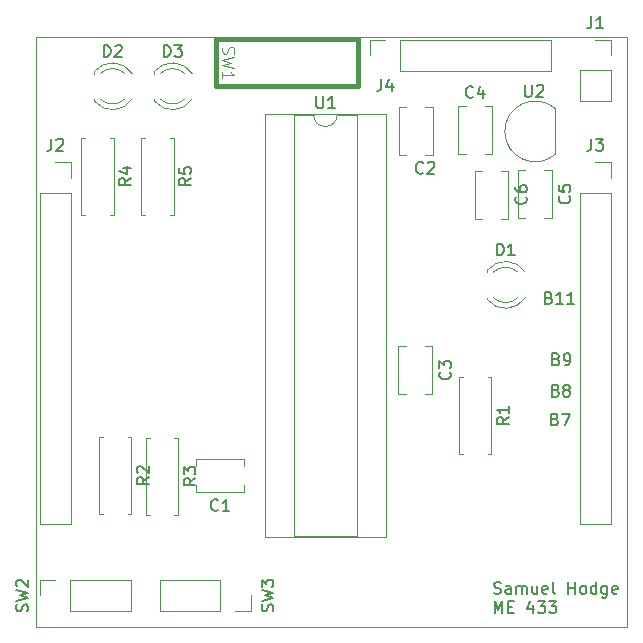
<source format=gbr>
%TF.GenerationSoftware,KiCad,Pcbnew,7.0.1-0*%
%TF.CreationDate,2023-04-19T13:51:38-05:00*%
%TF.ProjectId,ME 433 HW3,4d452034-3333-4204-9857-332e6b696361,rev?*%
%TF.SameCoordinates,Original*%
%TF.FileFunction,Legend,Top*%
%TF.FilePolarity,Positive*%
%FSLAX46Y46*%
G04 Gerber Fmt 4.6, Leading zero omitted, Abs format (unit mm)*
G04 Created by KiCad (PCBNEW 7.0.1-0) date 2023-04-19 13:51:38*
%MOMM*%
%LPD*%
G01*
G04 APERTURE LIST*
%ADD10C,0.200000*%
%ADD11C,0.150000*%
%ADD12C,0.100000*%
%ADD13C,0.120000*%
%ADD14C,0.400000*%
%TA.AperFunction,Profile*%
%ADD15C,0.100000*%
%TD*%
G04 APERTURE END LIST*
D10*
X138741648Y-147133924D02*
X138884505Y-147181543D01*
X138884505Y-147181543D02*
X139122600Y-147181543D01*
X139122600Y-147181543D02*
X139217838Y-147133924D01*
X139217838Y-147133924D02*
X139265457Y-147086304D01*
X139265457Y-147086304D02*
X139313076Y-146991066D01*
X139313076Y-146991066D02*
X139313076Y-146895828D01*
X139313076Y-146895828D02*
X139265457Y-146800590D01*
X139265457Y-146800590D02*
X139217838Y-146752971D01*
X139217838Y-146752971D02*
X139122600Y-146705352D01*
X139122600Y-146705352D02*
X138932124Y-146657733D01*
X138932124Y-146657733D02*
X138836886Y-146610114D01*
X138836886Y-146610114D02*
X138789267Y-146562495D01*
X138789267Y-146562495D02*
X138741648Y-146467257D01*
X138741648Y-146467257D02*
X138741648Y-146372019D01*
X138741648Y-146372019D02*
X138789267Y-146276781D01*
X138789267Y-146276781D02*
X138836886Y-146229162D01*
X138836886Y-146229162D02*
X138932124Y-146181543D01*
X138932124Y-146181543D02*
X139170219Y-146181543D01*
X139170219Y-146181543D02*
X139313076Y-146229162D01*
X140170219Y-147181543D02*
X140170219Y-146657733D01*
X140170219Y-146657733D02*
X140122600Y-146562495D01*
X140122600Y-146562495D02*
X140027362Y-146514876D01*
X140027362Y-146514876D02*
X139836886Y-146514876D01*
X139836886Y-146514876D02*
X139741648Y-146562495D01*
X140170219Y-147133924D02*
X140074981Y-147181543D01*
X140074981Y-147181543D02*
X139836886Y-147181543D01*
X139836886Y-147181543D02*
X139741648Y-147133924D01*
X139741648Y-147133924D02*
X139694029Y-147038685D01*
X139694029Y-147038685D02*
X139694029Y-146943447D01*
X139694029Y-146943447D02*
X139741648Y-146848209D01*
X139741648Y-146848209D02*
X139836886Y-146800590D01*
X139836886Y-146800590D02*
X140074981Y-146800590D01*
X140074981Y-146800590D02*
X140170219Y-146752971D01*
X140646410Y-147181543D02*
X140646410Y-146514876D01*
X140646410Y-146610114D02*
X140694029Y-146562495D01*
X140694029Y-146562495D02*
X140789267Y-146514876D01*
X140789267Y-146514876D02*
X140932124Y-146514876D01*
X140932124Y-146514876D02*
X141027362Y-146562495D01*
X141027362Y-146562495D02*
X141074981Y-146657733D01*
X141074981Y-146657733D02*
X141074981Y-147181543D01*
X141074981Y-146657733D02*
X141122600Y-146562495D01*
X141122600Y-146562495D02*
X141217838Y-146514876D01*
X141217838Y-146514876D02*
X141360695Y-146514876D01*
X141360695Y-146514876D02*
X141455934Y-146562495D01*
X141455934Y-146562495D02*
X141503553Y-146657733D01*
X141503553Y-146657733D02*
X141503553Y-147181543D01*
X142408314Y-146514876D02*
X142408314Y-147181543D01*
X141979743Y-146514876D02*
X141979743Y-147038685D01*
X141979743Y-147038685D02*
X142027362Y-147133924D01*
X142027362Y-147133924D02*
X142122600Y-147181543D01*
X142122600Y-147181543D02*
X142265457Y-147181543D01*
X142265457Y-147181543D02*
X142360695Y-147133924D01*
X142360695Y-147133924D02*
X142408314Y-147086304D01*
X143265457Y-147133924D02*
X143170219Y-147181543D01*
X143170219Y-147181543D02*
X142979743Y-147181543D01*
X142979743Y-147181543D02*
X142884505Y-147133924D01*
X142884505Y-147133924D02*
X142836886Y-147038685D01*
X142836886Y-147038685D02*
X142836886Y-146657733D01*
X142836886Y-146657733D02*
X142884505Y-146562495D01*
X142884505Y-146562495D02*
X142979743Y-146514876D01*
X142979743Y-146514876D02*
X143170219Y-146514876D01*
X143170219Y-146514876D02*
X143265457Y-146562495D01*
X143265457Y-146562495D02*
X143313076Y-146657733D01*
X143313076Y-146657733D02*
X143313076Y-146752971D01*
X143313076Y-146752971D02*
X142836886Y-146848209D01*
X143884505Y-147181543D02*
X143789267Y-147133924D01*
X143789267Y-147133924D02*
X143741648Y-147038685D01*
X143741648Y-147038685D02*
X143741648Y-146181543D01*
X145027363Y-147181543D02*
X145027363Y-146181543D01*
X145027363Y-146657733D02*
X145598791Y-146657733D01*
X145598791Y-147181543D02*
X145598791Y-146181543D01*
X146217839Y-147181543D02*
X146122601Y-147133924D01*
X146122601Y-147133924D02*
X146074982Y-147086304D01*
X146074982Y-147086304D02*
X146027363Y-146991066D01*
X146027363Y-146991066D02*
X146027363Y-146705352D01*
X146027363Y-146705352D02*
X146074982Y-146610114D01*
X146074982Y-146610114D02*
X146122601Y-146562495D01*
X146122601Y-146562495D02*
X146217839Y-146514876D01*
X146217839Y-146514876D02*
X146360696Y-146514876D01*
X146360696Y-146514876D02*
X146455934Y-146562495D01*
X146455934Y-146562495D02*
X146503553Y-146610114D01*
X146503553Y-146610114D02*
X146551172Y-146705352D01*
X146551172Y-146705352D02*
X146551172Y-146991066D01*
X146551172Y-146991066D02*
X146503553Y-147086304D01*
X146503553Y-147086304D02*
X146455934Y-147133924D01*
X146455934Y-147133924D02*
X146360696Y-147181543D01*
X146360696Y-147181543D02*
X146217839Y-147181543D01*
X147408315Y-147181543D02*
X147408315Y-146181543D01*
X147408315Y-147133924D02*
X147313077Y-147181543D01*
X147313077Y-147181543D02*
X147122601Y-147181543D01*
X147122601Y-147181543D02*
X147027363Y-147133924D01*
X147027363Y-147133924D02*
X146979744Y-147086304D01*
X146979744Y-147086304D02*
X146932125Y-146991066D01*
X146932125Y-146991066D02*
X146932125Y-146705352D01*
X146932125Y-146705352D02*
X146979744Y-146610114D01*
X146979744Y-146610114D02*
X147027363Y-146562495D01*
X147027363Y-146562495D02*
X147122601Y-146514876D01*
X147122601Y-146514876D02*
X147313077Y-146514876D01*
X147313077Y-146514876D02*
X147408315Y-146562495D01*
X148313077Y-146514876D02*
X148313077Y-147324400D01*
X148313077Y-147324400D02*
X148265458Y-147419638D01*
X148265458Y-147419638D02*
X148217839Y-147467257D01*
X148217839Y-147467257D02*
X148122601Y-147514876D01*
X148122601Y-147514876D02*
X147979744Y-147514876D01*
X147979744Y-147514876D02*
X147884506Y-147467257D01*
X148313077Y-147133924D02*
X148217839Y-147181543D01*
X148217839Y-147181543D02*
X148027363Y-147181543D01*
X148027363Y-147181543D02*
X147932125Y-147133924D01*
X147932125Y-147133924D02*
X147884506Y-147086304D01*
X147884506Y-147086304D02*
X147836887Y-146991066D01*
X147836887Y-146991066D02*
X147836887Y-146705352D01*
X147836887Y-146705352D02*
X147884506Y-146610114D01*
X147884506Y-146610114D02*
X147932125Y-146562495D01*
X147932125Y-146562495D02*
X148027363Y-146514876D01*
X148027363Y-146514876D02*
X148217839Y-146514876D01*
X148217839Y-146514876D02*
X148313077Y-146562495D01*
X149170220Y-147133924D02*
X149074982Y-147181543D01*
X149074982Y-147181543D02*
X148884506Y-147181543D01*
X148884506Y-147181543D02*
X148789268Y-147133924D01*
X148789268Y-147133924D02*
X148741649Y-147038685D01*
X148741649Y-147038685D02*
X148741649Y-146657733D01*
X148741649Y-146657733D02*
X148789268Y-146562495D01*
X148789268Y-146562495D02*
X148884506Y-146514876D01*
X148884506Y-146514876D02*
X149074982Y-146514876D01*
X149074982Y-146514876D02*
X149170220Y-146562495D01*
X149170220Y-146562495D02*
X149217839Y-146657733D01*
X149217839Y-146657733D02*
X149217839Y-146752971D01*
X149217839Y-146752971D02*
X148741649Y-146848209D01*
X138789267Y-148801543D02*
X138789267Y-147801543D01*
X138789267Y-147801543D02*
X139122600Y-148515828D01*
X139122600Y-148515828D02*
X139455933Y-147801543D01*
X139455933Y-147801543D02*
X139455933Y-148801543D01*
X139932124Y-148277733D02*
X140265457Y-148277733D01*
X140408314Y-148801543D02*
X139932124Y-148801543D01*
X139932124Y-148801543D02*
X139932124Y-147801543D01*
X139932124Y-147801543D02*
X140408314Y-147801543D01*
X142027362Y-148134876D02*
X142027362Y-148801543D01*
X141789267Y-147753924D02*
X141551172Y-148468209D01*
X141551172Y-148468209D02*
X142170219Y-148468209D01*
X142455934Y-147801543D02*
X143074981Y-147801543D01*
X143074981Y-147801543D02*
X142741648Y-148182495D01*
X142741648Y-148182495D02*
X142884505Y-148182495D01*
X142884505Y-148182495D02*
X142979743Y-148230114D01*
X142979743Y-148230114D02*
X143027362Y-148277733D01*
X143027362Y-148277733D02*
X143074981Y-148372971D01*
X143074981Y-148372971D02*
X143074981Y-148611066D01*
X143074981Y-148611066D02*
X143027362Y-148706304D01*
X143027362Y-148706304D02*
X142979743Y-148753924D01*
X142979743Y-148753924D02*
X142884505Y-148801543D01*
X142884505Y-148801543D02*
X142598791Y-148801543D01*
X142598791Y-148801543D02*
X142503553Y-148753924D01*
X142503553Y-148753924D02*
X142455934Y-148706304D01*
X143408315Y-147801543D02*
X144027362Y-147801543D01*
X144027362Y-147801543D02*
X143694029Y-148182495D01*
X143694029Y-148182495D02*
X143836886Y-148182495D01*
X143836886Y-148182495D02*
X143932124Y-148230114D01*
X143932124Y-148230114D02*
X143979743Y-148277733D01*
X143979743Y-148277733D02*
X144027362Y-148372971D01*
X144027362Y-148372971D02*
X144027362Y-148611066D01*
X144027362Y-148611066D02*
X143979743Y-148706304D01*
X143979743Y-148706304D02*
X143932124Y-148753924D01*
X143932124Y-148753924D02*
X143836886Y-148801543D01*
X143836886Y-148801543D02*
X143551172Y-148801543D01*
X143551172Y-148801543D02*
X143455934Y-148753924D01*
X143455934Y-148753924D02*
X143408315Y-148706304D01*
X143393263Y-122112927D02*
X143536120Y-122160546D01*
X143536120Y-122160546D02*
X143583739Y-122208165D01*
X143583739Y-122208165D02*
X143631358Y-122303403D01*
X143631358Y-122303403D02*
X143631358Y-122446260D01*
X143631358Y-122446260D02*
X143583739Y-122541498D01*
X143583739Y-122541498D02*
X143536120Y-122589118D01*
X143536120Y-122589118D02*
X143440882Y-122636737D01*
X143440882Y-122636737D02*
X143059930Y-122636737D01*
X143059930Y-122636737D02*
X143059930Y-121636737D01*
X143059930Y-121636737D02*
X143393263Y-121636737D01*
X143393263Y-121636737D02*
X143488501Y-121684356D01*
X143488501Y-121684356D02*
X143536120Y-121731975D01*
X143536120Y-121731975D02*
X143583739Y-121827213D01*
X143583739Y-121827213D02*
X143583739Y-121922451D01*
X143583739Y-121922451D02*
X143536120Y-122017689D01*
X143536120Y-122017689D02*
X143488501Y-122065308D01*
X143488501Y-122065308D02*
X143393263Y-122112927D01*
X143393263Y-122112927D02*
X143059930Y-122112927D01*
X144583739Y-122636737D02*
X144012311Y-122636737D01*
X144298025Y-122636737D02*
X144298025Y-121636737D01*
X144298025Y-121636737D02*
X144202787Y-121779594D01*
X144202787Y-121779594D02*
X144107549Y-121874832D01*
X144107549Y-121874832D02*
X144012311Y-121922451D01*
X145536120Y-122636737D02*
X144964692Y-122636737D01*
X145250406Y-122636737D02*
X145250406Y-121636737D01*
X145250406Y-121636737D02*
X145155168Y-121779594D01*
X145155168Y-121779594D02*
X145059930Y-121874832D01*
X145059930Y-121874832D02*
X144964692Y-121922451D01*
X144027335Y-127297400D02*
X144170192Y-127345019D01*
X144170192Y-127345019D02*
X144217811Y-127392638D01*
X144217811Y-127392638D02*
X144265430Y-127487876D01*
X144265430Y-127487876D02*
X144265430Y-127630733D01*
X144265430Y-127630733D02*
X144217811Y-127725971D01*
X144217811Y-127725971D02*
X144170192Y-127773591D01*
X144170192Y-127773591D02*
X144074954Y-127821210D01*
X144074954Y-127821210D02*
X143694002Y-127821210D01*
X143694002Y-127821210D02*
X143694002Y-126821210D01*
X143694002Y-126821210D02*
X144027335Y-126821210D01*
X144027335Y-126821210D02*
X144122573Y-126868829D01*
X144122573Y-126868829D02*
X144170192Y-126916448D01*
X144170192Y-126916448D02*
X144217811Y-127011686D01*
X144217811Y-127011686D02*
X144217811Y-127106924D01*
X144217811Y-127106924D02*
X144170192Y-127202162D01*
X144170192Y-127202162D02*
X144122573Y-127249781D01*
X144122573Y-127249781D02*
X144027335Y-127297400D01*
X144027335Y-127297400D02*
X143694002Y-127297400D01*
X144741621Y-127821210D02*
X144932097Y-127821210D01*
X144932097Y-127821210D02*
X145027335Y-127773591D01*
X145027335Y-127773591D02*
X145074954Y-127725971D01*
X145074954Y-127725971D02*
X145170192Y-127583114D01*
X145170192Y-127583114D02*
X145217811Y-127392638D01*
X145217811Y-127392638D02*
X145217811Y-127011686D01*
X145217811Y-127011686D02*
X145170192Y-126916448D01*
X145170192Y-126916448D02*
X145122573Y-126868829D01*
X145122573Y-126868829D02*
X145027335Y-126821210D01*
X145027335Y-126821210D02*
X144836859Y-126821210D01*
X144836859Y-126821210D02*
X144741621Y-126868829D01*
X144741621Y-126868829D02*
X144694002Y-126916448D01*
X144694002Y-126916448D02*
X144646383Y-127011686D01*
X144646383Y-127011686D02*
X144646383Y-127249781D01*
X144646383Y-127249781D02*
X144694002Y-127345019D01*
X144694002Y-127345019D02*
X144741621Y-127392638D01*
X144741621Y-127392638D02*
X144836859Y-127440257D01*
X144836859Y-127440257D02*
X145027335Y-127440257D01*
X145027335Y-127440257D02*
X145122573Y-127392638D01*
X145122573Y-127392638D02*
X145170192Y-127345019D01*
X145170192Y-127345019D02*
X145217811Y-127249781D01*
X143990037Y-129964234D02*
X144132894Y-130011853D01*
X144132894Y-130011853D02*
X144180513Y-130059472D01*
X144180513Y-130059472D02*
X144228132Y-130154710D01*
X144228132Y-130154710D02*
X144228132Y-130297567D01*
X144228132Y-130297567D02*
X144180513Y-130392805D01*
X144180513Y-130392805D02*
X144132894Y-130440425D01*
X144132894Y-130440425D02*
X144037656Y-130488044D01*
X144037656Y-130488044D02*
X143656704Y-130488044D01*
X143656704Y-130488044D02*
X143656704Y-129488044D01*
X143656704Y-129488044D02*
X143990037Y-129488044D01*
X143990037Y-129488044D02*
X144085275Y-129535663D01*
X144085275Y-129535663D02*
X144132894Y-129583282D01*
X144132894Y-129583282D02*
X144180513Y-129678520D01*
X144180513Y-129678520D02*
X144180513Y-129773758D01*
X144180513Y-129773758D02*
X144132894Y-129868996D01*
X144132894Y-129868996D02*
X144085275Y-129916615D01*
X144085275Y-129916615D02*
X143990037Y-129964234D01*
X143990037Y-129964234D02*
X143656704Y-129964234D01*
X144799561Y-129916615D02*
X144704323Y-129868996D01*
X144704323Y-129868996D02*
X144656704Y-129821377D01*
X144656704Y-129821377D02*
X144609085Y-129726139D01*
X144609085Y-129726139D02*
X144609085Y-129678520D01*
X144609085Y-129678520D02*
X144656704Y-129583282D01*
X144656704Y-129583282D02*
X144704323Y-129535663D01*
X144704323Y-129535663D02*
X144799561Y-129488044D01*
X144799561Y-129488044D02*
X144990037Y-129488044D01*
X144990037Y-129488044D02*
X145085275Y-129535663D01*
X145085275Y-129535663D02*
X145132894Y-129583282D01*
X145132894Y-129583282D02*
X145180513Y-129678520D01*
X145180513Y-129678520D02*
X145180513Y-129726139D01*
X145180513Y-129726139D02*
X145132894Y-129821377D01*
X145132894Y-129821377D02*
X145085275Y-129868996D01*
X145085275Y-129868996D02*
X144990037Y-129916615D01*
X144990037Y-129916615D02*
X144799561Y-129916615D01*
X144799561Y-129916615D02*
X144704323Y-129964234D01*
X144704323Y-129964234D02*
X144656704Y-130011853D01*
X144656704Y-130011853D02*
X144609085Y-130107091D01*
X144609085Y-130107091D02*
X144609085Y-130297567D01*
X144609085Y-130297567D02*
X144656704Y-130392805D01*
X144656704Y-130392805D02*
X144704323Y-130440425D01*
X144704323Y-130440425D02*
X144799561Y-130488044D01*
X144799561Y-130488044D02*
X144990037Y-130488044D01*
X144990037Y-130488044D02*
X145085275Y-130440425D01*
X145085275Y-130440425D02*
X145132894Y-130392805D01*
X145132894Y-130392805D02*
X145180513Y-130297567D01*
X145180513Y-130297567D02*
X145180513Y-130107091D01*
X145180513Y-130107091D02*
X145132894Y-130011853D01*
X145132894Y-130011853D02*
X145085275Y-129964234D01*
X145085275Y-129964234D02*
X144990037Y-129916615D01*
X143915440Y-132407277D02*
X144058297Y-132454896D01*
X144058297Y-132454896D02*
X144105916Y-132502515D01*
X144105916Y-132502515D02*
X144153535Y-132597753D01*
X144153535Y-132597753D02*
X144153535Y-132740610D01*
X144153535Y-132740610D02*
X144105916Y-132835848D01*
X144105916Y-132835848D02*
X144058297Y-132883468D01*
X144058297Y-132883468D02*
X143963059Y-132931087D01*
X143963059Y-132931087D02*
X143582107Y-132931087D01*
X143582107Y-132931087D02*
X143582107Y-131931087D01*
X143582107Y-131931087D02*
X143915440Y-131931087D01*
X143915440Y-131931087D02*
X144010678Y-131978706D01*
X144010678Y-131978706D02*
X144058297Y-132026325D01*
X144058297Y-132026325D02*
X144105916Y-132121563D01*
X144105916Y-132121563D02*
X144105916Y-132216801D01*
X144105916Y-132216801D02*
X144058297Y-132312039D01*
X144058297Y-132312039D02*
X144010678Y-132359658D01*
X144010678Y-132359658D02*
X143915440Y-132407277D01*
X143915440Y-132407277D02*
X143582107Y-132407277D01*
X144486869Y-131931087D02*
X145153535Y-131931087D01*
X145153535Y-131931087D02*
X144724964Y-132931087D01*
D11*
%TO.C,R4*%
X108006986Y-111997306D02*
X107530795Y-112330639D01*
X108006986Y-112568734D02*
X107006986Y-112568734D01*
X107006986Y-112568734D02*
X107006986Y-112187782D01*
X107006986Y-112187782D02*
X107054605Y-112092544D01*
X107054605Y-112092544D02*
X107102224Y-112044925D01*
X107102224Y-112044925D02*
X107197462Y-111997306D01*
X107197462Y-111997306D02*
X107340319Y-111997306D01*
X107340319Y-111997306D02*
X107435557Y-112044925D01*
X107435557Y-112044925D02*
X107483176Y-112092544D01*
X107483176Y-112092544D02*
X107530795Y-112187782D01*
X107530795Y-112187782D02*
X107530795Y-112568734D01*
X107340319Y-111140163D02*
X108006986Y-111140163D01*
X106959367Y-111378258D02*
X107673652Y-111616353D01*
X107673652Y-111616353D02*
X107673652Y-110997306D01*
%TO.C,C4*%
X136971637Y-105102400D02*
X136924018Y-105150020D01*
X136924018Y-105150020D02*
X136781161Y-105197639D01*
X136781161Y-105197639D02*
X136685923Y-105197639D01*
X136685923Y-105197639D02*
X136543066Y-105150020D01*
X136543066Y-105150020D02*
X136447828Y-105054781D01*
X136447828Y-105054781D02*
X136400209Y-104959543D01*
X136400209Y-104959543D02*
X136352590Y-104769067D01*
X136352590Y-104769067D02*
X136352590Y-104626210D01*
X136352590Y-104626210D02*
X136400209Y-104435734D01*
X136400209Y-104435734D02*
X136447828Y-104340496D01*
X136447828Y-104340496D02*
X136543066Y-104245258D01*
X136543066Y-104245258D02*
X136685923Y-104197639D01*
X136685923Y-104197639D02*
X136781161Y-104197639D01*
X136781161Y-104197639D02*
X136924018Y-104245258D01*
X136924018Y-104245258D02*
X136971637Y-104292877D01*
X137828780Y-104530972D02*
X137828780Y-105197639D01*
X137590685Y-104150020D02*
X137352590Y-104864305D01*
X137352590Y-104864305D02*
X137971637Y-104864305D01*
%TO.C,J1*%
X146986666Y-98292619D02*
X146986666Y-99006904D01*
X146986666Y-99006904D02*
X146939047Y-99149761D01*
X146939047Y-99149761D02*
X146843809Y-99245000D01*
X146843809Y-99245000D02*
X146700952Y-99292619D01*
X146700952Y-99292619D02*
X146605714Y-99292619D01*
X147986666Y-99292619D02*
X147415238Y-99292619D01*
X147700952Y-99292619D02*
X147700952Y-98292619D01*
X147700952Y-98292619D02*
X147605714Y-98435476D01*
X147605714Y-98435476D02*
X147510476Y-98530714D01*
X147510476Y-98530714D02*
X147415238Y-98578333D01*
%TO.C,U2*%
X141358473Y-104093711D02*
X141358473Y-104903234D01*
X141358473Y-104903234D02*
X141406092Y-104998472D01*
X141406092Y-104998472D02*
X141453711Y-105046092D01*
X141453711Y-105046092D02*
X141548949Y-105093711D01*
X141548949Y-105093711D02*
X141739425Y-105093711D01*
X141739425Y-105093711D02*
X141834663Y-105046092D01*
X141834663Y-105046092D02*
X141882282Y-104998472D01*
X141882282Y-104998472D02*
X141929901Y-104903234D01*
X141929901Y-104903234D02*
X141929901Y-104093711D01*
X142358473Y-104188949D02*
X142406092Y-104141330D01*
X142406092Y-104141330D02*
X142501330Y-104093711D01*
X142501330Y-104093711D02*
X142739425Y-104093711D01*
X142739425Y-104093711D02*
X142834663Y-104141330D01*
X142834663Y-104141330D02*
X142882282Y-104188949D01*
X142882282Y-104188949D02*
X142929901Y-104284187D01*
X142929901Y-104284187D02*
X142929901Y-104379425D01*
X142929901Y-104379425D02*
X142882282Y-104522282D01*
X142882282Y-104522282D02*
X142310854Y-105093711D01*
X142310854Y-105093711D02*
X142929901Y-105093711D01*
%TO.C,D1*%
X138987588Y-118529044D02*
X138987588Y-117529044D01*
X138987588Y-117529044D02*
X139225683Y-117529044D01*
X139225683Y-117529044D02*
X139368540Y-117576663D01*
X139368540Y-117576663D02*
X139463778Y-117671901D01*
X139463778Y-117671901D02*
X139511397Y-117767139D01*
X139511397Y-117767139D02*
X139559016Y-117957615D01*
X139559016Y-117957615D02*
X139559016Y-118100472D01*
X139559016Y-118100472D02*
X139511397Y-118290948D01*
X139511397Y-118290948D02*
X139463778Y-118386186D01*
X139463778Y-118386186D02*
X139368540Y-118481425D01*
X139368540Y-118481425D02*
X139225683Y-118529044D01*
X139225683Y-118529044D02*
X138987588Y-118529044D01*
X140511397Y-118529044D02*
X139939969Y-118529044D01*
X140225683Y-118529044D02*
X140225683Y-117529044D01*
X140225683Y-117529044D02*
X140130445Y-117671901D01*
X140130445Y-117671901D02*
X140035207Y-117767139D01*
X140035207Y-117767139D02*
X139939969Y-117814758D01*
%TO.C,C5*%
X145113869Y-113510289D02*
X145161489Y-113557908D01*
X145161489Y-113557908D02*
X145209108Y-113700765D01*
X145209108Y-113700765D02*
X145209108Y-113796003D01*
X145209108Y-113796003D02*
X145161489Y-113938860D01*
X145161489Y-113938860D02*
X145066250Y-114034098D01*
X145066250Y-114034098D02*
X144971012Y-114081717D01*
X144971012Y-114081717D02*
X144780536Y-114129336D01*
X144780536Y-114129336D02*
X144637679Y-114129336D01*
X144637679Y-114129336D02*
X144447203Y-114081717D01*
X144447203Y-114081717D02*
X144351965Y-114034098D01*
X144351965Y-114034098D02*
X144256727Y-113938860D01*
X144256727Y-113938860D02*
X144209108Y-113796003D01*
X144209108Y-113796003D02*
X144209108Y-113700765D01*
X144209108Y-113700765D02*
X144256727Y-113557908D01*
X144256727Y-113557908D02*
X144304346Y-113510289D01*
X144209108Y-112605527D02*
X144209108Y-113081717D01*
X144209108Y-113081717D02*
X144685298Y-113129336D01*
X144685298Y-113129336D02*
X144637679Y-113081717D01*
X144637679Y-113081717D02*
X144590060Y-112986479D01*
X144590060Y-112986479D02*
X144590060Y-112748384D01*
X144590060Y-112748384D02*
X144637679Y-112653146D01*
X144637679Y-112653146D02*
X144685298Y-112605527D01*
X144685298Y-112605527D02*
X144780536Y-112557908D01*
X144780536Y-112557908D02*
X145018631Y-112557908D01*
X145018631Y-112557908D02*
X145113869Y-112605527D01*
X145113869Y-112605527D02*
X145161489Y-112653146D01*
X145161489Y-112653146D02*
X145209108Y-112748384D01*
X145209108Y-112748384D02*
X145209108Y-112986479D01*
X145209108Y-112986479D02*
X145161489Y-113081717D01*
X145161489Y-113081717D02*
X145113869Y-113129336D01*
%TO.C,C1*%
X115383333Y-140077380D02*
X115335714Y-140125000D01*
X115335714Y-140125000D02*
X115192857Y-140172619D01*
X115192857Y-140172619D02*
X115097619Y-140172619D01*
X115097619Y-140172619D02*
X114954762Y-140125000D01*
X114954762Y-140125000D02*
X114859524Y-140029761D01*
X114859524Y-140029761D02*
X114811905Y-139934523D01*
X114811905Y-139934523D02*
X114764286Y-139744047D01*
X114764286Y-139744047D02*
X114764286Y-139601190D01*
X114764286Y-139601190D02*
X114811905Y-139410714D01*
X114811905Y-139410714D02*
X114859524Y-139315476D01*
X114859524Y-139315476D02*
X114954762Y-139220238D01*
X114954762Y-139220238D02*
X115097619Y-139172619D01*
X115097619Y-139172619D02*
X115192857Y-139172619D01*
X115192857Y-139172619D02*
X115335714Y-139220238D01*
X115335714Y-139220238D02*
X115383333Y-139267857D01*
X116335714Y-140172619D02*
X115764286Y-140172619D01*
X116050000Y-140172619D02*
X116050000Y-139172619D01*
X116050000Y-139172619D02*
X115954762Y-139315476D01*
X115954762Y-139315476D02*
X115859524Y-139410714D01*
X115859524Y-139410714D02*
X115764286Y-139458333D01*
%TO.C,D3*%
X110786272Y-101713259D02*
X110786272Y-100713259D01*
X110786272Y-100713259D02*
X111024367Y-100713259D01*
X111024367Y-100713259D02*
X111167224Y-100760878D01*
X111167224Y-100760878D02*
X111262462Y-100856116D01*
X111262462Y-100856116D02*
X111310081Y-100951354D01*
X111310081Y-100951354D02*
X111357700Y-101141830D01*
X111357700Y-101141830D02*
X111357700Y-101284687D01*
X111357700Y-101284687D02*
X111310081Y-101475163D01*
X111310081Y-101475163D02*
X111262462Y-101570401D01*
X111262462Y-101570401D02*
X111167224Y-101665640D01*
X111167224Y-101665640D02*
X111024367Y-101713259D01*
X111024367Y-101713259D02*
X110786272Y-101713259D01*
X111691034Y-100713259D02*
X112310081Y-100713259D01*
X112310081Y-100713259D02*
X111976748Y-101094211D01*
X111976748Y-101094211D02*
X112119605Y-101094211D01*
X112119605Y-101094211D02*
X112214843Y-101141830D01*
X112214843Y-101141830D02*
X112262462Y-101189449D01*
X112262462Y-101189449D02*
X112310081Y-101284687D01*
X112310081Y-101284687D02*
X112310081Y-101522782D01*
X112310081Y-101522782D02*
X112262462Y-101618020D01*
X112262462Y-101618020D02*
X112214843Y-101665640D01*
X112214843Y-101665640D02*
X112119605Y-101713259D01*
X112119605Y-101713259D02*
X111833891Y-101713259D01*
X111833891Y-101713259D02*
X111738653Y-101665640D01*
X111738653Y-101665640D02*
X111691034Y-101618020D01*
%TO.C,J3*%
X146986666Y-108652619D02*
X146986666Y-109366904D01*
X146986666Y-109366904D02*
X146939047Y-109509761D01*
X146939047Y-109509761D02*
X146843809Y-109605000D01*
X146843809Y-109605000D02*
X146700952Y-109652619D01*
X146700952Y-109652619D02*
X146605714Y-109652619D01*
X147367619Y-108652619D02*
X147986666Y-108652619D01*
X147986666Y-108652619D02*
X147653333Y-109033571D01*
X147653333Y-109033571D02*
X147796190Y-109033571D01*
X147796190Y-109033571D02*
X147891428Y-109081190D01*
X147891428Y-109081190D02*
X147939047Y-109128809D01*
X147939047Y-109128809D02*
X147986666Y-109224047D01*
X147986666Y-109224047D02*
X147986666Y-109462142D01*
X147986666Y-109462142D02*
X147939047Y-109557380D01*
X147939047Y-109557380D02*
X147891428Y-109605000D01*
X147891428Y-109605000D02*
X147796190Y-109652619D01*
X147796190Y-109652619D02*
X147510476Y-109652619D01*
X147510476Y-109652619D02*
X147415238Y-109605000D01*
X147415238Y-109605000D02*
X147367619Y-109557380D01*
%TO.C,C3*%
X134997380Y-128416666D02*
X135045000Y-128464285D01*
X135045000Y-128464285D02*
X135092619Y-128607142D01*
X135092619Y-128607142D02*
X135092619Y-128702380D01*
X135092619Y-128702380D02*
X135045000Y-128845237D01*
X135045000Y-128845237D02*
X134949761Y-128940475D01*
X134949761Y-128940475D02*
X134854523Y-128988094D01*
X134854523Y-128988094D02*
X134664047Y-129035713D01*
X134664047Y-129035713D02*
X134521190Y-129035713D01*
X134521190Y-129035713D02*
X134330714Y-128988094D01*
X134330714Y-128988094D02*
X134235476Y-128940475D01*
X134235476Y-128940475D02*
X134140238Y-128845237D01*
X134140238Y-128845237D02*
X134092619Y-128702380D01*
X134092619Y-128702380D02*
X134092619Y-128607142D01*
X134092619Y-128607142D02*
X134140238Y-128464285D01*
X134140238Y-128464285D02*
X134187857Y-128416666D01*
X134092619Y-128083332D02*
X134092619Y-127464285D01*
X134092619Y-127464285D02*
X134473571Y-127797618D01*
X134473571Y-127797618D02*
X134473571Y-127654761D01*
X134473571Y-127654761D02*
X134521190Y-127559523D01*
X134521190Y-127559523D02*
X134568809Y-127511904D01*
X134568809Y-127511904D02*
X134664047Y-127464285D01*
X134664047Y-127464285D02*
X134902142Y-127464285D01*
X134902142Y-127464285D02*
X134997380Y-127511904D01*
X134997380Y-127511904D02*
X135045000Y-127559523D01*
X135045000Y-127559523D02*
X135092619Y-127654761D01*
X135092619Y-127654761D02*
X135092619Y-127940475D01*
X135092619Y-127940475D02*
X135045000Y-128035713D01*
X135045000Y-128035713D02*
X134997380Y-128083332D01*
%TO.C,R5*%
X113086986Y-111997306D02*
X112610795Y-112330639D01*
X113086986Y-112568734D02*
X112086986Y-112568734D01*
X112086986Y-112568734D02*
X112086986Y-112187782D01*
X112086986Y-112187782D02*
X112134605Y-112092544D01*
X112134605Y-112092544D02*
X112182224Y-112044925D01*
X112182224Y-112044925D02*
X112277462Y-111997306D01*
X112277462Y-111997306D02*
X112420319Y-111997306D01*
X112420319Y-111997306D02*
X112515557Y-112044925D01*
X112515557Y-112044925D02*
X112563176Y-112092544D01*
X112563176Y-112092544D02*
X112610795Y-112187782D01*
X112610795Y-112187782D02*
X112610795Y-112568734D01*
X112086986Y-111092544D02*
X112086986Y-111568734D01*
X112086986Y-111568734D02*
X112563176Y-111616353D01*
X112563176Y-111616353D02*
X112515557Y-111568734D01*
X112515557Y-111568734D02*
X112467938Y-111473496D01*
X112467938Y-111473496D02*
X112467938Y-111235401D01*
X112467938Y-111235401D02*
X112515557Y-111140163D01*
X112515557Y-111140163D02*
X112563176Y-111092544D01*
X112563176Y-111092544D02*
X112658414Y-111044925D01*
X112658414Y-111044925D02*
X112896509Y-111044925D01*
X112896509Y-111044925D02*
X112991747Y-111092544D01*
X112991747Y-111092544D02*
X113039367Y-111140163D01*
X113039367Y-111140163D02*
X113086986Y-111235401D01*
X113086986Y-111235401D02*
X113086986Y-111473496D01*
X113086986Y-111473496D02*
X113039367Y-111568734D01*
X113039367Y-111568734D02*
X112991747Y-111616353D01*
%TO.C,R2*%
X109512619Y-137326666D02*
X109036428Y-137659999D01*
X109512619Y-137898094D02*
X108512619Y-137898094D01*
X108512619Y-137898094D02*
X108512619Y-137517142D01*
X108512619Y-137517142D02*
X108560238Y-137421904D01*
X108560238Y-137421904D02*
X108607857Y-137374285D01*
X108607857Y-137374285D02*
X108703095Y-137326666D01*
X108703095Y-137326666D02*
X108845952Y-137326666D01*
X108845952Y-137326666D02*
X108941190Y-137374285D01*
X108941190Y-137374285D02*
X108988809Y-137421904D01*
X108988809Y-137421904D02*
X109036428Y-137517142D01*
X109036428Y-137517142D02*
X109036428Y-137898094D01*
X108607857Y-136945713D02*
X108560238Y-136898094D01*
X108560238Y-136898094D02*
X108512619Y-136802856D01*
X108512619Y-136802856D02*
X108512619Y-136564761D01*
X108512619Y-136564761D02*
X108560238Y-136469523D01*
X108560238Y-136469523D02*
X108607857Y-136421904D01*
X108607857Y-136421904D02*
X108703095Y-136374285D01*
X108703095Y-136374285D02*
X108798333Y-136374285D01*
X108798333Y-136374285D02*
X108941190Y-136421904D01*
X108941190Y-136421904D02*
X109512619Y-136993332D01*
X109512619Y-136993332D02*
X109512619Y-136374285D01*
%TO.C,SW2*%
X99245000Y-148653332D02*
X99292619Y-148510475D01*
X99292619Y-148510475D02*
X99292619Y-148272380D01*
X99292619Y-148272380D02*
X99245000Y-148177142D01*
X99245000Y-148177142D02*
X99197380Y-148129523D01*
X99197380Y-148129523D02*
X99102142Y-148081904D01*
X99102142Y-148081904D02*
X99006904Y-148081904D01*
X99006904Y-148081904D02*
X98911666Y-148129523D01*
X98911666Y-148129523D02*
X98864047Y-148177142D01*
X98864047Y-148177142D02*
X98816428Y-148272380D01*
X98816428Y-148272380D02*
X98768809Y-148462856D01*
X98768809Y-148462856D02*
X98721190Y-148558094D01*
X98721190Y-148558094D02*
X98673571Y-148605713D01*
X98673571Y-148605713D02*
X98578333Y-148653332D01*
X98578333Y-148653332D02*
X98483095Y-148653332D01*
X98483095Y-148653332D02*
X98387857Y-148605713D01*
X98387857Y-148605713D02*
X98340238Y-148558094D01*
X98340238Y-148558094D02*
X98292619Y-148462856D01*
X98292619Y-148462856D02*
X98292619Y-148224761D01*
X98292619Y-148224761D02*
X98340238Y-148081904D01*
X98292619Y-147748570D02*
X99292619Y-147510475D01*
X99292619Y-147510475D02*
X98578333Y-147319999D01*
X98578333Y-147319999D02*
X99292619Y-147129523D01*
X99292619Y-147129523D02*
X98292619Y-146891428D01*
X98387857Y-146558094D02*
X98340238Y-146510475D01*
X98340238Y-146510475D02*
X98292619Y-146415237D01*
X98292619Y-146415237D02*
X98292619Y-146177142D01*
X98292619Y-146177142D02*
X98340238Y-146081904D01*
X98340238Y-146081904D02*
X98387857Y-146034285D01*
X98387857Y-146034285D02*
X98483095Y-145986666D01*
X98483095Y-145986666D02*
X98578333Y-145986666D01*
X98578333Y-145986666D02*
X98721190Y-146034285D01*
X98721190Y-146034285D02*
X99292619Y-146605713D01*
X99292619Y-146605713D02*
X99292619Y-145986666D01*
%TO.C,D2*%
X105706272Y-101713259D02*
X105706272Y-100713259D01*
X105706272Y-100713259D02*
X105944367Y-100713259D01*
X105944367Y-100713259D02*
X106087224Y-100760878D01*
X106087224Y-100760878D02*
X106182462Y-100856116D01*
X106182462Y-100856116D02*
X106230081Y-100951354D01*
X106230081Y-100951354D02*
X106277700Y-101141830D01*
X106277700Y-101141830D02*
X106277700Y-101284687D01*
X106277700Y-101284687D02*
X106230081Y-101475163D01*
X106230081Y-101475163D02*
X106182462Y-101570401D01*
X106182462Y-101570401D02*
X106087224Y-101665640D01*
X106087224Y-101665640D02*
X105944367Y-101713259D01*
X105944367Y-101713259D02*
X105706272Y-101713259D01*
X106658653Y-100808497D02*
X106706272Y-100760878D01*
X106706272Y-100760878D02*
X106801510Y-100713259D01*
X106801510Y-100713259D02*
X107039605Y-100713259D01*
X107039605Y-100713259D02*
X107134843Y-100760878D01*
X107134843Y-100760878D02*
X107182462Y-100808497D01*
X107182462Y-100808497D02*
X107230081Y-100903735D01*
X107230081Y-100903735D02*
X107230081Y-100998973D01*
X107230081Y-100998973D02*
X107182462Y-101141830D01*
X107182462Y-101141830D02*
X106611034Y-101713259D01*
X106611034Y-101713259D02*
X107230081Y-101713259D01*
%TO.C,C2*%
X132754699Y-111511335D02*
X132707080Y-111558955D01*
X132707080Y-111558955D02*
X132564223Y-111606574D01*
X132564223Y-111606574D02*
X132468985Y-111606574D01*
X132468985Y-111606574D02*
X132326128Y-111558955D01*
X132326128Y-111558955D02*
X132230890Y-111463716D01*
X132230890Y-111463716D02*
X132183271Y-111368478D01*
X132183271Y-111368478D02*
X132135652Y-111178002D01*
X132135652Y-111178002D02*
X132135652Y-111035145D01*
X132135652Y-111035145D02*
X132183271Y-110844669D01*
X132183271Y-110844669D02*
X132230890Y-110749431D01*
X132230890Y-110749431D02*
X132326128Y-110654193D01*
X132326128Y-110654193D02*
X132468985Y-110606574D01*
X132468985Y-110606574D02*
X132564223Y-110606574D01*
X132564223Y-110606574D02*
X132707080Y-110654193D01*
X132707080Y-110654193D02*
X132754699Y-110701812D01*
X133135652Y-110701812D02*
X133183271Y-110654193D01*
X133183271Y-110654193D02*
X133278509Y-110606574D01*
X133278509Y-110606574D02*
X133516604Y-110606574D01*
X133516604Y-110606574D02*
X133611842Y-110654193D01*
X133611842Y-110654193D02*
X133659461Y-110701812D01*
X133659461Y-110701812D02*
X133707080Y-110797050D01*
X133707080Y-110797050D02*
X133707080Y-110892288D01*
X133707080Y-110892288D02*
X133659461Y-111035145D01*
X133659461Y-111035145D02*
X133088033Y-111606574D01*
X133088033Y-111606574D02*
X133707080Y-111606574D01*
%TO.C,SW3*%
X120025000Y-148653332D02*
X120072619Y-148510475D01*
X120072619Y-148510475D02*
X120072619Y-148272380D01*
X120072619Y-148272380D02*
X120025000Y-148177142D01*
X120025000Y-148177142D02*
X119977380Y-148129523D01*
X119977380Y-148129523D02*
X119882142Y-148081904D01*
X119882142Y-148081904D02*
X119786904Y-148081904D01*
X119786904Y-148081904D02*
X119691666Y-148129523D01*
X119691666Y-148129523D02*
X119644047Y-148177142D01*
X119644047Y-148177142D02*
X119596428Y-148272380D01*
X119596428Y-148272380D02*
X119548809Y-148462856D01*
X119548809Y-148462856D02*
X119501190Y-148558094D01*
X119501190Y-148558094D02*
X119453571Y-148605713D01*
X119453571Y-148605713D02*
X119358333Y-148653332D01*
X119358333Y-148653332D02*
X119263095Y-148653332D01*
X119263095Y-148653332D02*
X119167857Y-148605713D01*
X119167857Y-148605713D02*
X119120238Y-148558094D01*
X119120238Y-148558094D02*
X119072619Y-148462856D01*
X119072619Y-148462856D02*
X119072619Y-148224761D01*
X119072619Y-148224761D02*
X119120238Y-148081904D01*
X119072619Y-147748570D02*
X120072619Y-147510475D01*
X120072619Y-147510475D02*
X119358333Y-147319999D01*
X119358333Y-147319999D02*
X120072619Y-147129523D01*
X120072619Y-147129523D02*
X119072619Y-146891428D01*
X119072619Y-146605713D02*
X119072619Y-145986666D01*
X119072619Y-145986666D02*
X119453571Y-146319999D01*
X119453571Y-146319999D02*
X119453571Y-146177142D01*
X119453571Y-146177142D02*
X119501190Y-146081904D01*
X119501190Y-146081904D02*
X119548809Y-146034285D01*
X119548809Y-146034285D02*
X119644047Y-145986666D01*
X119644047Y-145986666D02*
X119882142Y-145986666D01*
X119882142Y-145986666D02*
X119977380Y-146034285D01*
X119977380Y-146034285D02*
X120025000Y-146081904D01*
X120025000Y-146081904D02*
X120072619Y-146177142D01*
X120072619Y-146177142D02*
X120072619Y-146462856D01*
X120072619Y-146462856D02*
X120025000Y-146558094D01*
X120025000Y-146558094D02*
X119977380Y-146605713D01*
%TO.C,J4*%
X129206666Y-103602619D02*
X129206666Y-104316904D01*
X129206666Y-104316904D02*
X129159047Y-104459761D01*
X129159047Y-104459761D02*
X129063809Y-104555000D01*
X129063809Y-104555000D02*
X128920952Y-104602619D01*
X128920952Y-104602619D02*
X128825714Y-104602619D01*
X130111428Y-103935952D02*
X130111428Y-104602619D01*
X129873333Y-103555000D02*
X129635238Y-104269285D01*
X129635238Y-104269285D02*
X130254285Y-104269285D01*
%TO.C,R3*%
X113472754Y-137386350D02*
X112996563Y-137719683D01*
X113472754Y-137957778D02*
X112472754Y-137957778D01*
X112472754Y-137957778D02*
X112472754Y-137576826D01*
X112472754Y-137576826D02*
X112520373Y-137481588D01*
X112520373Y-137481588D02*
X112567992Y-137433969D01*
X112567992Y-137433969D02*
X112663230Y-137386350D01*
X112663230Y-137386350D02*
X112806087Y-137386350D01*
X112806087Y-137386350D02*
X112901325Y-137433969D01*
X112901325Y-137433969D02*
X112948944Y-137481588D01*
X112948944Y-137481588D02*
X112996563Y-137576826D01*
X112996563Y-137576826D02*
X112996563Y-137957778D01*
X112472754Y-137053016D02*
X112472754Y-136433969D01*
X112472754Y-136433969D02*
X112853706Y-136767302D01*
X112853706Y-136767302D02*
X112853706Y-136624445D01*
X112853706Y-136624445D02*
X112901325Y-136529207D01*
X112901325Y-136529207D02*
X112948944Y-136481588D01*
X112948944Y-136481588D02*
X113044182Y-136433969D01*
X113044182Y-136433969D02*
X113282277Y-136433969D01*
X113282277Y-136433969D02*
X113377515Y-136481588D01*
X113377515Y-136481588D02*
X113425135Y-136529207D01*
X113425135Y-136529207D02*
X113472754Y-136624445D01*
X113472754Y-136624445D02*
X113472754Y-136910159D01*
X113472754Y-136910159D02*
X113425135Y-137005397D01*
X113425135Y-137005397D02*
X113377515Y-137053016D01*
%TO.C,U1*%
X123708095Y-105067619D02*
X123708095Y-105877142D01*
X123708095Y-105877142D02*
X123755714Y-105972380D01*
X123755714Y-105972380D02*
X123803333Y-106020000D01*
X123803333Y-106020000D02*
X123898571Y-106067619D01*
X123898571Y-106067619D02*
X124089047Y-106067619D01*
X124089047Y-106067619D02*
X124184285Y-106020000D01*
X124184285Y-106020000D02*
X124231904Y-105972380D01*
X124231904Y-105972380D02*
X124279523Y-105877142D01*
X124279523Y-105877142D02*
X124279523Y-105067619D01*
X125279523Y-106067619D02*
X124708095Y-106067619D01*
X124993809Y-106067619D02*
X124993809Y-105067619D01*
X124993809Y-105067619D02*
X124898571Y-105210476D01*
X124898571Y-105210476D02*
X124803333Y-105305714D01*
X124803333Y-105305714D02*
X124708095Y-105353333D01*
%TO.C,C6*%
X141444006Y-113557950D02*
X141491626Y-113605569D01*
X141491626Y-113605569D02*
X141539245Y-113748426D01*
X141539245Y-113748426D02*
X141539245Y-113843664D01*
X141539245Y-113843664D02*
X141491626Y-113986521D01*
X141491626Y-113986521D02*
X141396387Y-114081759D01*
X141396387Y-114081759D02*
X141301149Y-114129378D01*
X141301149Y-114129378D02*
X141110673Y-114176997D01*
X141110673Y-114176997D02*
X140967816Y-114176997D01*
X140967816Y-114176997D02*
X140777340Y-114129378D01*
X140777340Y-114129378D02*
X140682102Y-114081759D01*
X140682102Y-114081759D02*
X140586864Y-113986521D01*
X140586864Y-113986521D02*
X140539245Y-113843664D01*
X140539245Y-113843664D02*
X140539245Y-113748426D01*
X140539245Y-113748426D02*
X140586864Y-113605569D01*
X140586864Y-113605569D02*
X140634483Y-113557950D01*
X140539245Y-112700807D02*
X140539245Y-112891283D01*
X140539245Y-112891283D02*
X140586864Y-112986521D01*
X140586864Y-112986521D02*
X140634483Y-113034140D01*
X140634483Y-113034140D02*
X140777340Y-113129378D01*
X140777340Y-113129378D02*
X140967816Y-113176997D01*
X140967816Y-113176997D02*
X141348768Y-113176997D01*
X141348768Y-113176997D02*
X141444006Y-113129378D01*
X141444006Y-113129378D02*
X141491626Y-113081759D01*
X141491626Y-113081759D02*
X141539245Y-112986521D01*
X141539245Y-112986521D02*
X141539245Y-112796045D01*
X141539245Y-112796045D02*
X141491626Y-112700807D01*
X141491626Y-112700807D02*
X141444006Y-112653188D01*
X141444006Y-112653188D02*
X141348768Y-112605569D01*
X141348768Y-112605569D02*
X141110673Y-112605569D01*
X141110673Y-112605569D02*
X141015435Y-112653188D01*
X141015435Y-112653188D02*
X140967816Y-112700807D01*
X140967816Y-112700807D02*
X140920197Y-112796045D01*
X140920197Y-112796045D02*
X140920197Y-112986521D01*
X140920197Y-112986521D02*
X140967816Y-113081759D01*
X140967816Y-113081759D02*
X141015435Y-113129378D01*
X141015435Y-113129378D02*
X141110673Y-113176997D01*
D12*
%TO.C,SW1*%
X115788736Y-100865044D02*
X115741116Y-101007901D01*
X115741116Y-101007901D02*
X115741116Y-101245996D01*
X115741116Y-101245996D02*
X115788736Y-101341234D01*
X115788736Y-101341234D02*
X115836355Y-101388853D01*
X115836355Y-101388853D02*
X115931593Y-101436472D01*
X115931593Y-101436472D02*
X116026831Y-101436472D01*
X116026831Y-101436472D02*
X116122069Y-101388853D01*
X116122069Y-101388853D02*
X116169688Y-101341234D01*
X116169688Y-101341234D02*
X116217307Y-101245996D01*
X116217307Y-101245996D02*
X116264926Y-101055520D01*
X116264926Y-101055520D02*
X116312545Y-100960282D01*
X116312545Y-100960282D02*
X116360164Y-100912663D01*
X116360164Y-100912663D02*
X116455402Y-100865044D01*
X116455402Y-100865044D02*
X116550640Y-100865044D01*
X116550640Y-100865044D02*
X116645878Y-100912663D01*
X116645878Y-100912663D02*
X116693497Y-100960282D01*
X116693497Y-100960282D02*
X116741116Y-101055520D01*
X116741116Y-101055520D02*
X116741116Y-101293615D01*
X116741116Y-101293615D02*
X116693497Y-101436472D01*
X116741116Y-101769806D02*
X115741116Y-102007901D01*
X115741116Y-102007901D02*
X116455402Y-102198377D01*
X116455402Y-102198377D02*
X115741116Y-102388853D01*
X115741116Y-102388853D02*
X116741116Y-102626949D01*
X115741116Y-103531710D02*
X115741116Y-102960282D01*
X115741116Y-103245996D02*
X116741116Y-103245996D01*
X116741116Y-103245996D02*
X116598259Y-103150758D01*
X116598259Y-103150758D02*
X116503021Y-103055520D01*
X116503021Y-103055520D02*
X116455402Y-102960282D01*
D11*
%TO.C,R1*%
X139992619Y-132246666D02*
X139516428Y-132579999D01*
X139992619Y-132818094D02*
X138992619Y-132818094D01*
X138992619Y-132818094D02*
X138992619Y-132437142D01*
X138992619Y-132437142D02*
X139040238Y-132341904D01*
X139040238Y-132341904D02*
X139087857Y-132294285D01*
X139087857Y-132294285D02*
X139183095Y-132246666D01*
X139183095Y-132246666D02*
X139325952Y-132246666D01*
X139325952Y-132246666D02*
X139421190Y-132294285D01*
X139421190Y-132294285D02*
X139468809Y-132341904D01*
X139468809Y-132341904D02*
X139516428Y-132437142D01*
X139516428Y-132437142D02*
X139516428Y-132818094D01*
X139992619Y-131294285D02*
X139992619Y-131865713D01*
X139992619Y-131579999D02*
X138992619Y-131579999D01*
X138992619Y-131579999D02*
X139135476Y-131675237D01*
X139135476Y-131675237D02*
X139230714Y-131770475D01*
X139230714Y-131770475D02*
X139278333Y-131865713D01*
%TO.C,J2*%
X101266666Y-108652619D02*
X101266666Y-109366904D01*
X101266666Y-109366904D02*
X101219047Y-109509761D01*
X101219047Y-109509761D02*
X101123809Y-109605000D01*
X101123809Y-109605000D02*
X100980952Y-109652619D01*
X100980952Y-109652619D02*
X100885714Y-109652619D01*
X101695238Y-108747857D02*
X101742857Y-108700238D01*
X101742857Y-108700238D02*
X101838095Y-108652619D01*
X101838095Y-108652619D02*
X102076190Y-108652619D01*
X102076190Y-108652619D02*
X102171428Y-108700238D01*
X102171428Y-108700238D02*
X102219047Y-108747857D01*
X102219047Y-108747857D02*
X102266666Y-108843095D01*
X102266666Y-108843095D02*
X102266666Y-108938333D01*
X102266666Y-108938333D02*
X102219047Y-109081190D01*
X102219047Y-109081190D02*
X101647619Y-109652619D01*
X101647619Y-109652619D02*
X102266666Y-109652619D01*
D13*
%TO.C,R4*%
X106544367Y-108560640D02*
X106544367Y-115100640D01*
X106214367Y-108560640D02*
X106544367Y-108560640D01*
X104134367Y-108560640D02*
X103804367Y-108560640D01*
X103804367Y-108560640D02*
X103804367Y-115100640D01*
X106544367Y-115100640D02*
X106214367Y-115100640D01*
X103804367Y-115100640D02*
X104134367Y-115100640D01*
%TO.C,C4*%
X138580000Y-105910000D02*
X137955000Y-105910000D01*
X138580000Y-105910000D02*
X138580000Y-109950000D01*
X136365000Y-105910000D02*
X135740000Y-105910000D01*
X135740000Y-105910000D02*
X135740000Y-109950000D01*
X138580000Y-109950000D02*
X137955000Y-109950000D01*
X136365000Y-109950000D02*
X135740000Y-109950000D01*
%TO.C,J1*%
X145990000Y-102870000D02*
X145990000Y-105470000D01*
X145990000Y-102870000D02*
X148650000Y-102870000D01*
X145990000Y-105470000D02*
X148650000Y-105470000D01*
X147320000Y-100270000D02*
X148650000Y-100270000D01*
X148650000Y-100270000D02*
X148650000Y-101600000D01*
X148650000Y-102870000D02*
X148650000Y-105470000D01*
%TO.C,U2*%
X143940000Y-109970000D02*
X143940000Y-106120000D01*
X143930122Y-106081389D02*
G75*
G03*
X143940000Y-109970000I-1690122J-1948611D01*
G01*
%TO.C,D1*%
X138165683Y-119790425D02*
X138165683Y-119946425D01*
X138165683Y-122106425D02*
X138165683Y-122262425D01*
X141398017Y-119947817D02*
G75*
G03*
X138165684Y-119790910I-1672334J-1078608D01*
G01*
X140766812Y-119946589D02*
G75*
G03*
X138684723Y-119946426I-1041129J-1079836D01*
G01*
X138684723Y-122106424D02*
G75*
G03*
X140766812Y-122106261I1040960J1079999D01*
G01*
X138165684Y-122261940D02*
G75*
G03*
X141398017Y-122105033I1559999J1235515D01*
G01*
%TO.C,C5*%
X143616489Y-111323623D02*
X142991489Y-111323623D01*
X143616489Y-111323623D02*
X143616489Y-115363623D01*
X141401489Y-111323623D02*
X140776489Y-111323623D01*
X140776489Y-111323623D02*
X140776489Y-115363623D01*
X143616489Y-115363623D02*
X142991489Y-115363623D01*
X141401489Y-115363623D02*
X140776489Y-115363623D01*
%TO.C,C1*%
X117570000Y-138580000D02*
X117570000Y-137955000D01*
X117570000Y-138580000D02*
X113530000Y-138580000D01*
X117570000Y-136365000D02*
X117570000Y-135740000D01*
X117570000Y-135740000D02*
X113530000Y-135740000D01*
X113530000Y-138580000D02*
X113530000Y-137955000D01*
X113530000Y-136365000D02*
X113530000Y-135740000D01*
%TO.C,D3*%
X109964367Y-102974640D02*
X109964367Y-103130640D01*
X109964367Y-105290640D02*
X109964367Y-105446640D01*
X113196701Y-103132032D02*
G75*
G03*
X109964368Y-102975125I-1672334J-1078608D01*
G01*
X112565496Y-103130804D02*
G75*
G03*
X110483407Y-103130641I-1041129J-1079836D01*
G01*
X110483407Y-105290639D02*
G75*
G03*
X112565496Y-105290476I1040960J1079999D01*
G01*
X109964368Y-105446155D02*
G75*
G03*
X113196701Y-105289248I1559999J1235515D01*
G01*
%TO.C,J3*%
X145990000Y-113230000D02*
X145990000Y-141230000D01*
X145990000Y-113230000D02*
X148650000Y-113230000D01*
X145990000Y-141230000D02*
X148650000Y-141230000D01*
X147320000Y-110630000D02*
X148650000Y-110630000D01*
X148650000Y-110630000D02*
X148650000Y-111960000D01*
X148650000Y-113230000D02*
X148650000Y-141230000D01*
%TO.C,C3*%
X133500000Y-126230000D02*
X132875000Y-126230000D01*
X133500000Y-126230000D02*
X133500000Y-130270000D01*
X131285000Y-126230000D02*
X130660000Y-126230000D01*
X130660000Y-126230000D02*
X130660000Y-130270000D01*
X133500000Y-130270000D02*
X132875000Y-130270000D01*
X131285000Y-130270000D02*
X130660000Y-130270000D01*
%TO.C,R5*%
X111624367Y-108560640D02*
X111624367Y-115100640D01*
X111294367Y-108560640D02*
X111624367Y-108560640D01*
X109214367Y-108560640D02*
X108884367Y-108560640D01*
X108884367Y-108560640D02*
X108884367Y-115100640D01*
X111624367Y-115100640D02*
X111294367Y-115100640D01*
X108884367Y-115100640D02*
X109214367Y-115100640D01*
%TO.C,R2*%
X108050000Y-133890000D02*
X108050000Y-140430000D01*
X107720000Y-133890000D02*
X108050000Y-133890000D01*
X105640000Y-133890000D02*
X105310000Y-133890000D01*
X105310000Y-133890000D02*
X105310000Y-140430000D01*
X108050000Y-140430000D02*
X107720000Y-140430000D01*
X105310000Y-140430000D02*
X105640000Y-140430000D01*
%TO.C,SW2*%
X102870000Y-148650000D02*
X108010000Y-148650000D01*
X102870000Y-148650000D02*
X102870000Y-145990000D01*
X108010000Y-148650000D02*
X108010000Y-145990000D01*
X100270000Y-147320000D02*
X100270000Y-145990000D01*
X100270000Y-145990000D02*
X101600000Y-145990000D01*
X102870000Y-145990000D02*
X108010000Y-145990000D01*
%TO.C,D2*%
X104884367Y-102974640D02*
X104884367Y-103130640D01*
X104884367Y-105290640D02*
X104884367Y-105446640D01*
X108116701Y-103132032D02*
G75*
G03*
X104884368Y-102975125I-1672334J-1078608D01*
G01*
X107485496Y-103130804D02*
G75*
G03*
X105403407Y-103130641I-1041129J-1079836D01*
G01*
X105403407Y-105290639D02*
G75*
G03*
X107485496Y-105290476I1040960J1079999D01*
G01*
X104884368Y-105446155D02*
G75*
G03*
X108116701Y-105289248I1559999J1235515D01*
G01*
%TO.C,C2*%
X133540000Y-105950000D02*
X132915000Y-105950000D01*
X133540000Y-105950000D02*
X133540000Y-109990000D01*
X131325000Y-105950000D02*
X130700000Y-105950000D01*
X130700000Y-105950000D02*
X130700000Y-109990000D01*
X133540000Y-109990000D02*
X132915000Y-109990000D01*
X131325000Y-109990000D02*
X130700000Y-109990000D01*
%TO.C,SW3*%
X115570000Y-145990000D02*
X110430000Y-145990000D01*
X115570000Y-145990000D02*
X115570000Y-148650000D01*
X110430000Y-145990000D02*
X110430000Y-148650000D01*
X118170000Y-147320000D02*
X118170000Y-148650000D01*
X118170000Y-148650000D02*
X116840000Y-148650000D01*
X115570000Y-148650000D02*
X110430000Y-148650000D01*
%TO.C,J4*%
X130810000Y-102930000D02*
X143570000Y-102930000D01*
X130810000Y-102930000D02*
X130810000Y-100270000D01*
X143570000Y-102930000D02*
X143570000Y-100270000D01*
X128210000Y-101600000D02*
X128210000Y-100270000D01*
X128210000Y-100270000D02*
X129540000Y-100270000D01*
X130810000Y-100270000D02*
X143570000Y-100270000D01*
%TO.C,R3*%
X112010135Y-133949684D02*
X112010135Y-140489684D01*
X111680135Y-133949684D02*
X112010135Y-133949684D01*
X109600135Y-133949684D02*
X109270135Y-133949684D01*
X109270135Y-133949684D02*
X109270135Y-140489684D01*
X112010135Y-140489684D02*
X111680135Y-140489684D01*
X109270135Y-140489684D02*
X109600135Y-140489684D01*
%TO.C,U1*%
X119330000Y-106545000D02*
X119330000Y-142345000D01*
X119330000Y-142345000D02*
X129610000Y-142345000D01*
X121820000Y-106605000D02*
X121820000Y-142285000D01*
X121820000Y-142285000D02*
X127120000Y-142285000D01*
X123470000Y-106605000D02*
X121820000Y-106605000D01*
X127120000Y-106605000D02*
X125470000Y-106605000D01*
X127120000Y-142285000D02*
X127120000Y-106605000D01*
X129610000Y-106545000D02*
X119330000Y-106545000D01*
X129610000Y-142345000D02*
X129610000Y-106545000D01*
X123470000Y-106605000D02*
G75*
G03*
X125470000Y-106605000I1000000J0D01*
G01*
%TO.C,C6*%
X139946626Y-111371284D02*
X139321626Y-111371284D01*
X139946626Y-111371284D02*
X139946626Y-115411284D01*
X137731626Y-111371284D02*
X137106626Y-111371284D01*
X137106626Y-111371284D02*
X137106626Y-115411284D01*
X139946626Y-115411284D02*
X139321626Y-115411284D01*
X137731626Y-115411284D02*
X137106626Y-115411284D01*
D14*
%TO.C,SW1*%
X115192852Y-100213822D02*
X127192852Y-100213822D01*
X127192852Y-100213822D02*
X127192852Y-104213822D01*
X127192852Y-104213822D02*
X115192852Y-104213822D01*
X115192852Y-104213822D02*
X115192852Y-100213822D01*
D13*
%TO.C,R1*%
X138530000Y-128810000D02*
X138530000Y-135350000D01*
X138200000Y-128810000D02*
X138530000Y-128810000D01*
X136120000Y-128810000D02*
X135790000Y-128810000D01*
X135790000Y-128810000D02*
X135790000Y-135350000D01*
X138530000Y-135350000D02*
X138200000Y-135350000D01*
X135790000Y-135350000D02*
X136120000Y-135350000D01*
%TO.C,J2*%
X100270000Y-113230000D02*
X100270000Y-141230000D01*
X100270000Y-113230000D02*
X102930000Y-113230000D01*
X100270000Y-141230000D02*
X102930000Y-141230000D01*
X101600000Y-110630000D02*
X102930000Y-110630000D01*
X102930000Y-110630000D02*
X102930000Y-111960000D01*
X102930000Y-113230000D02*
X102930000Y-141230000D01*
%TD*%
D15*
X100000000Y-100000000D02*
X150000000Y-100000000D01*
X150000000Y-150000000D01*
X100000000Y-150000000D01*
X100000000Y-100000000D01*
M02*

</source>
